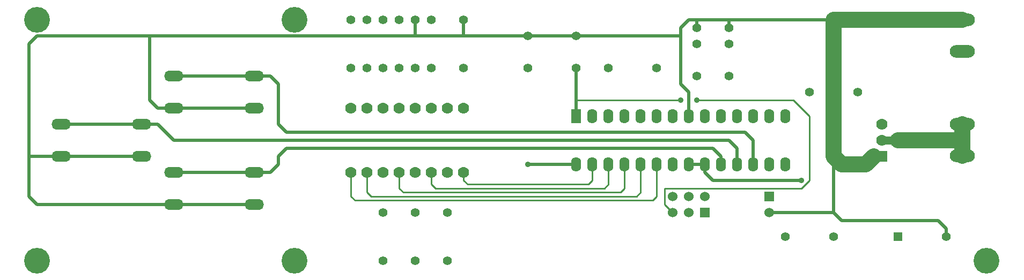
<source format=gbl>
G04 (created by PCBNEW (2013-june-11)-stable) date Thu 27 Nov 2014 20:22:07 CET*
%MOIN*%
G04 Gerber Fmt 3.4, Leading zero omitted, Abs format*
%FSLAX34Y34*%
G01*
G70*
G90*
G04 APERTURE LIST*
%ADD10C,0.00590551*%
%ADD11C,0.16*%
%ADD12O,0.12X0.068*%
%ADD13C,0.07*%
%ADD14O,0.156X0.078*%
%ADD15C,0.055*%
%ADD16R,0.06X0.06*%
%ADD17C,0.06*%
%ADD18C,0.056*%
%ADD19R,0.056X0.056*%
%ADD20O,0.062X0.09*%
%ADD21R,0.062X0.09*%
%ADD22R,0.07X0.07*%
%ADD23C,0.035*%
%ADD24C,0.02*%
%ADD25C,0.05*%
%ADD26C,0.1*%
%ADD27C,0.01*%
G04 APERTURE END LIST*
G54D10*
G54D11*
X76500Y-52500D03*
X76500Y-67500D03*
G54D12*
X67000Y-59000D03*
X67000Y-61000D03*
X62000Y-59000D03*
X62000Y-61000D03*
X74000Y-62000D03*
X74000Y-64000D03*
X69000Y-62000D03*
X69000Y-64000D03*
X74000Y-56000D03*
X74000Y-58000D03*
X69000Y-56000D03*
X69000Y-58000D03*
G54D13*
X80000Y-62000D03*
X81000Y-62000D03*
X82000Y-62000D03*
X83000Y-62000D03*
X84000Y-62000D03*
X85000Y-62000D03*
X86000Y-62000D03*
X87000Y-62000D03*
X87000Y-58000D03*
X86000Y-58000D03*
X85000Y-58000D03*
X84000Y-58000D03*
X83000Y-58000D03*
X82000Y-58000D03*
X81000Y-58000D03*
X80000Y-58000D03*
G54D14*
X118000Y-60990D03*
X118000Y-59020D03*
X118000Y-54490D03*
X118000Y-52520D03*
G54D15*
X94000Y-55500D03*
X94000Y-53500D03*
X91000Y-55500D03*
X91000Y-53500D03*
G54D16*
X102000Y-64500D03*
G54D17*
X102000Y-63500D03*
X101000Y-64500D03*
X101000Y-63500D03*
X100000Y-64500D03*
X100000Y-63500D03*
G54D16*
X106000Y-63500D03*
G54D17*
X106000Y-64500D03*
G54D18*
X101500Y-56000D03*
X103500Y-56000D03*
G54D15*
X103500Y-53000D03*
X103500Y-54000D03*
X101500Y-53000D03*
X101500Y-54000D03*
G54D19*
X114000Y-66000D03*
G54D18*
X117000Y-66000D03*
G54D20*
X95000Y-58500D03*
X96000Y-58500D03*
X97000Y-58500D03*
X98000Y-58500D03*
X99000Y-58500D03*
X100000Y-58500D03*
X101000Y-58500D03*
X102000Y-58500D03*
X103000Y-58500D03*
X104000Y-58500D03*
X105000Y-58500D03*
X106000Y-58500D03*
X107000Y-58500D03*
G54D21*
X94000Y-58500D03*
G54D20*
X107000Y-61500D03*
X106000Y-61500D03*
X105000Y-61500D03*
X104000Y-61500D03*
X103000Y-61500D03*
X102000Y-61500D03*
X101000Y-61500D03*
X100000Y-61500D03*
X99000Y-61500D03*
X98000Y-61500D03*
X97000Y-61500D03*
X96000Y-61500D03*
X95000Y-61500D03*
X94000Y-61500D03*
G54D15*
X82000Y-67500D03*
X82000Y-64500D03*
X110000Y-66000D03*
X107000Y-66000D03*
X86000Y-67500D03*
X86000Y-64500D03*
X81000Y-52500D03*
X81000Y-55500D03*
X85000Y-52500D03*
X85000Y-55500D03*
X84000Y-67500D03*
X84000Y-64500D03*
X83000Y-52500D03*
X83000Y-55500D03*
X80000Y-52500D03*
X80000Y-55500D03*
X82000Y-52500D03*
X82000Y-55500D03*
X87000Y-52500D03*
X87000Y-55500D03*
X84000Y-52500D03*
X84000Y-55500D03*
X96000Y-55500D03*
X99000Y-55500D03*
X108500Y-57000D03*
X111500Y-57000D03*
G54D13*
X113000Y-59000D03*
X113000Y-60000D03*
G54D22*
X113000Y-61000D03*
G54D11*
X60500Y-52500D03*
X60500Y-67500D03*
X119500Y-67500D03*
G54D23*
X108000Y-62500D03*
X101500Y-57500D03*
X100500Y-57500D03*
X91000Y-61500D03*
G54D24*
X102000Y-61500D02*
X101000Y-61500D01*
X102000Y-61500D02*
X102000Y-62000D01*
X102000Y-62000D02*
X102500Y-62500D01*
X102500Y-62500D02*
X108000Y-62500D01*
X117000Y-66000D02*
X117000Y-65500D01*
X110500Y-65000D02*
X110000Y-64500D01*
X110500Y-65000D02*
X116500Y-65000D01*
X116500Y-65000D02*
X117000Y-65500D01*
X106000Y-64500D02*
X110000Y-64500D01*
X110000Y-61000D02*
X110000Y-64500D01*
X103500Y-52500D02*
X110000Y-52500D01*
X110000Y-52500D02*
X110020Y-52520D01*
G54D25*
X113000Y-61000D02*
X112500Y-61000D01*
G54D26*
X112500Y-61000D02*
X112000Y-61500D01*
X112000Y-61500D02*
X110500Y-61500D01*
X110500Y-61500D02*
X110000Y-61000D01*
X110000Y-61000D02*
X110000Y-52500D01*
X110020Y-52520D02*
X118000Y-52520D01*
X110000Y-52500D02*
X110020Y-52520D01*
G54D24*
X69000Y-64000D02*
X74000Y-64000D01*
X69000Y-64000D02*
X60500Y-64000D01*
X60000Y-63500D02*
X60000Y-61000D01*
X60500Y-64000D02*
X60000Y-63500D01*
X60500Y-61000D02*
X60000Y-61000D01*
X67500Y-53500D02*
X60500Y-53500D01*
X60000Y-60500D02*
X60000Y-54000D01*
X61000Y-61000D02*
X60500Y-61000D01*
X61000Y-61000D02*
X62000Y-61000D01*
X60000Y-54000D02*
X60500Y-53500D01*
X60000Y-61000D02*
X60000Y-60500D01*
X69000Y-58000D02*
X68000Y-58000D01*
X67500Y-57500D02*
X67500Y-53500D01*
X68000Y-58000D02*
X67500Y-57500D01*
X68000Y-53500D02*
X67500Y-53500D01*
X84000Y-53500D02*
X68000Y-53500D01*
X67000Y-61000D02*
X62000Y-61000D01*
X69000Y-58000D02*
X74000Y-58000D01*
X84000Y-52500D02*
X84000Y-53500D01*
X84000Y-53500D02*
X87000Y-53500D01*
X87000Y-52500D02*
X87000Y-53500D01*
X87000Y-53500D02*
X91000Y-53500D01*
X91000Y-53500D02*
X100500Y-53500D01*
X101500Y-52500D02*
X101500Y-53000D01*
X103500Y-52500D02*
X103500Y-53000D01*
X101000Y-58500D02*
X101000Y-57000D01*
X117980Y-52500D02*
X118000Y-52520D01*
X101000Y-52500D02*
X101500Y-52500D01*
X101500Y-52500D02*
X103500Y-52500D01*
X100500Y-53000D02*
X101000Y-52500D01*
X100500Y-53500D02*
X100500Y-53000D01*
X100500Y-56500D02*
X100500Y-53500D01*
X101000Y-57000D02*
X100500Y-56500D01*
G54D27*
X87000Y-62000D02*
X87000Y-62500D01*
X95000Y-62500D02*
X95000Y-61500D01*
X94750Y-62750D02*
X95000Y-62500D01*
X87250Y-62750D02*
X94750Y-62750D01*
X87000Y-62500D02*
X87250Y-62750D01*
G54D26*
X118000Y-59020D02*
X118000Y-60990D01*
X118000Y-60000D02*
X114000Y-60000D01*
G54D25*
X114000Y-60000D02*
X113000Y-60000D01*
G54D27*
X108000Y-63000D02*
X108500Y-62500D01*
X99500Y-64000D02*
X99500Y-63000D01*
X99500Y-63000D02*
X100000Y-63000D01*
X100000Y-63000D02*
X108000Y-63000D01*
X108500Y-62000D02*
X108500Y-58500D01*
X108500Y-58500D02*
X107500Y-57500D01*
X107500Y-57500D02*
X101500Y-57500D01*
X94000Y-57500D02*
X100500Y-57500D01*
X99500Y-64000D02*
X100000Y-64500D01*
X108500Y-62500D02*
X108500Y-62000D01*
G54D24*
X94000Y-55500D02*
X94000Y-57500D01*
X94000Y-57500D02*
X94000Y-58500D01*
X74000Y-56000D02*
X69000Y-56000D01*
X91000Y-59500D02*
X76000Y-59500D01*
X105000Y-60000D02*
X104500Y-59500D01*
X104500Y-59500D02*
X91000Y-59500D01*
X105000Y-61500D02*
X105000Y-60000D01*
X75000Y-56000D02*
X74000Y-56000D01*
X75500Y-56500D02*
X75000Y-56000D01*
X75500Y-59000D02*
X75500Y-56500D01*
X76000Y-59500D02*
X75500Y-59000D01*
X67000Y-59000D02*
X62000Y-59000D01*
X91000Y-60000D02*
X69000Y-60000D01*
X104000Y-60500D02*
X103500Y-60000D01*
X103500Y-60000D02*
X91000Y-60000D01*
X104000Y-61500D02*
X104000Y-60500D01*
X68000Y-59000D02*
X67000Y-59000D01*
X69000Y-60000D02*
X68000Y-59000D01*
X74000Y-62000D02*
X69000Y-62000D01*
X91000Y-60500D02*
X76000Y-60500D01*
X103000Y-61000D02*
X102500Y-60500D01*
X102500Y-60500D02*
X91000Y-60500D01*
X103000Y-61500D02*
X103000Y-61000D01*
X75000Y-62000D02*
X74000Y-62000D01*
X75500Y-61500D02*
X75000Y-62000D01*
X75500Y-61000D02*
X75500Y-61500D01*
X76000Y-60500D02*
X75500Y-61000D01*
X91000Y-61500D02*
X94000Y-61500D01*
G54D27*
X80000Y-62000D02*
X80000Y-63500D01*
X99000Y-63500D02*
X99000Y-61500D01*
X98750Y-63750D02*
X99000Y-63500D01*
X80250Y-63750D02*
X98750Y-63750D01*
X80000Y-63500D02*
X80250Y-63750D01*
X81000Y-62000D02*
X81000Y-63250D01*
X98000Y-63250D02*
X98000Y-61500D01*
X97750Y-63500D02*
X98000Y-63250D01*
X81250Y-63500D02*
X97750Y-63500D01*
X81000Y-63250D02*
X81250Y-63500D01*
X83000Y-62000D02*
X83000Y-63000D01*
X97000Y-63000D02*
X97000Y-61500D01*
X96750Y-63250D02*
X97000Y-63000D01*
X83250Y-63250D02*
X96750Y-63250D01*
X83000Y-63000D02*
X83250Y-63250D01*
X85000Y-62000D02*
X85000Y-62750D01*
X96000Y-62750D02*
X96000Y-61500D01*
X95750Y-63000D02*
X96000Y-62750D01*
X85250Y-63000D02*
X95750Y-63000D01*
X85000Y-62750D02*
X85250Y-63000D01*
M02*

</source>
